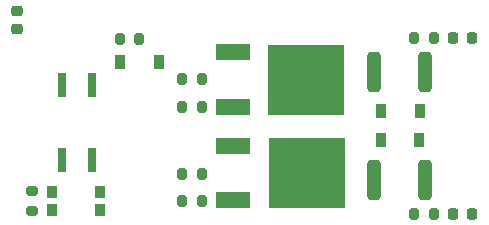
<source format=gtp>
G04 #@! TF.GenerationSoftware,KiCad,Pcbnew,7.0.1*
G04 #@! TF.CreationDate,2023-06-02T18:51:41-05:00*
G04 #@! TF.ProjectId,MiniSSO,4d696e69-5353-44f2-9e6b-696361645f70,2*
G04 #@! TF.SameCoordinates,Original*
G04 #@! TF.FileFunction,Paste,Top*
G04 #@! TF.FilePolarity,Positive*
%FSLAX46Y46*%
G04 Gerber Fmt 4.6, Leading zero omitted, Abs format (unit mm)*
G04 Created by KiCad (PCBNEW 7.0.1) date 2023-06-02 18:51:41*
%MOMM*%
%LPD*%
G01*
G04 APERTURE LIST*
G04 Aperture macros list*
%AMRoundRect*
0 Rectangle with rounded corners*
0 $1 Rounding radius*
0 $2 $3 $4 $5 $6 $7 $8 $9 X,Y pos of 4 corners*
0 Add a 4 corners polygon primitive as box body*
4,1,4,$2,$3,$4,$5,$6,$7,$8,$9,$2,$3,0*
0 Add four circle primitives for the rounded corners*
1,1,$1+$1,$2,$3*
1,1,$1+$1,$4,$5*
1,1,$1+$1,$6,$7*
1,1,$1+$1,$8,$9*
0 Add four rect primitives between the rounded corners*
20,1,$1+$1,$2,$3,$4,$5,0*
20,1,$1+$1,$4,$5,$6,$7,0*
20,1,$1+$1,$6,$7,$8,$9,0*
20,1,$1+$1,$8,$9,$2,$3,0*%
G04 Aperture macros list end*
%ADD10R,3.000000X1.400000*%
%ADD11R,6.500000X6.000000*%
%ADD12RoundRect,0.218750X-0.256250X0.218750X-0.256250X-0.218750X0.256250X-0.218750X0.256250X0.218750X0*%
%ADD13R,0.900000X1.200000*%
%ADD14RoundRect,0.200000X-0.200000X-0.275000X0.200000X-0.275000X0.200000X0.275000X-0.200000X0.275000X0*%
%ADD15RoundRect,0.218750X0.218750X0.256250X-0.218750X0.256250X-0.218750X-0.256250X0.218750X-0.256250X0*%
%ADD16RoundRect,0.200000X0.275000X-0.200000X0.275000X0.200000X-0.275000X0.200000X-0.275000X-0.200000X0*%
%ADD17RoundRect,0.250000X-0.312500X-1.450000X0.312500X-1.450000X0.312500X1.450000X-0.312500X1.450000X0*%
%ADD18R,0.900000X1.000000*%
%ADD19R,0.640000X2.000000*%
G04 APERTURE END LIST*
D10*
X141700000Y-82600000D03*
X141700000Y-87200000D03*
D11*
X147950000Y-84900000D03*
D12*
X123444000Y-71120000D03*
X123444000Y-72695000D03*
D13*
X157504400Y-79654400D03*
X154204400Y-79654400D03*
D14*
X137425000Y-84925000D03*
X139075000Y-84925000D03*
D13*
X157500000Y-82100000D03*
X154200000Y-82100000D03*
D15*
X161937500Y-88350000D03*
X160362500Y-88350000D03*
D14*
X137425000Y-87225000D03*
X139075000Y-87225000D03*
D15*
X161925100Y-73406000D03*
X160350100Y-73406000D03*
D10*
X141668850Y-74662000D03*
X141668850Y-79262000D03*
D11*
X147918850Y-76962000D03*
D14*
X137425000Y-79250000D03*
X139075000Y-79250000D03*
X132121525Y-73553269D03*
X133771525Y-73553269D03*
X157075000Y-88350000D03*
X158725000Y-88350000D03*
D16*
X124714000Y-88074000D03*
X124714000Y-86424000D03*
D17*
X153655350Y-76327000D03*
X157930350Y-76327000D03*
X153662500Y-85450000D03*
X157937500Y-85450000D03*
D18*
X126347000Y-86449000D03*
X130447000Y-86449000D03*
X126347000Y-88049000D03*
X130447000Y-88049000D03*
D14*
X137400000Y-76925000D03*
X139050000Y-76925000D03*
X157061400Y-73406000D03*
X158711400Y-73406000D03*
D19*
X129733925Y-77464469D03*
X127193925Y-77464469D03*
X127193925Y-83764469D03*
X129733925Y-83764469D03*
D13*
X135447925Y-75483669D03*
X132147925Y-75483669D03*
M02*

</source>
